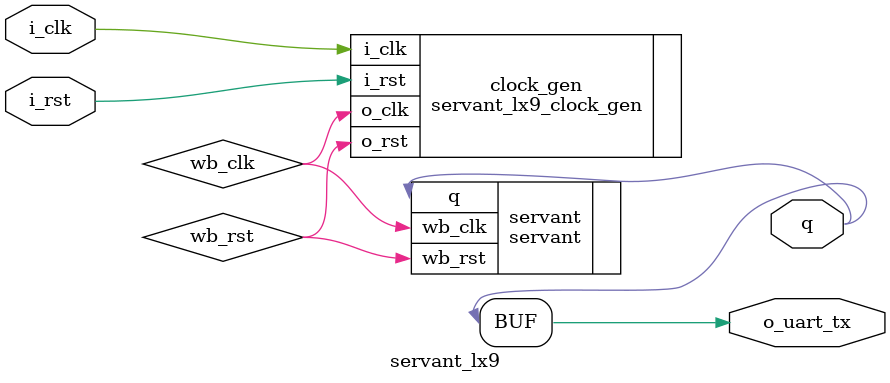
<source format=v>
`default_nettype none
module servant_lx9
(
 input wire  i_clk,
 input wire  i_rst,
 output wire o_uart_tx,
 output wire q);

   parameter memfile = "zephyr_hello.hex";
   parameter memsize = 8192;

   wire      wb_clk;
   wire      wb_rst;

   assign o_uart_tx = q;

   servant_lx9_clock_gen
   clock_gen
     (.i_clk (i_clk),
      .i_rst (i_rst),
      .o_clk (wb_clk),
      .o_rst (wb_rst));

   servant
     #(.memfile (memfile),
       .memsize (memsize))
   servant
     (.wb_clk (wb_clk),
      .wb_rst (wb_rst),
      .q      (q));

endmodule
`default_nettype wire

</source>
